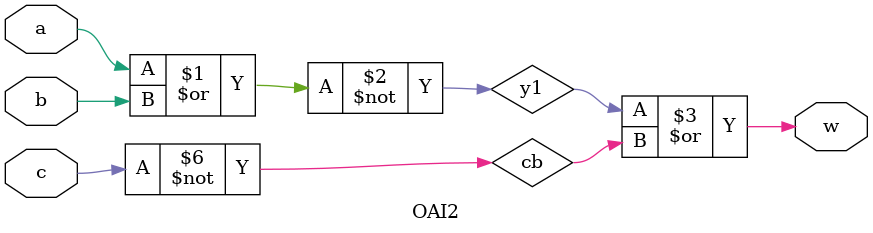
<source format=v>
module OAI2(input a,b,c, output w);
wire cb, y1, wb;
nor#(10,14)n1(y1,a,b), n2(wb,y1,cb);
not#(5,7)i1(w,wb), i2(cb,c);
endmodule
</source>
